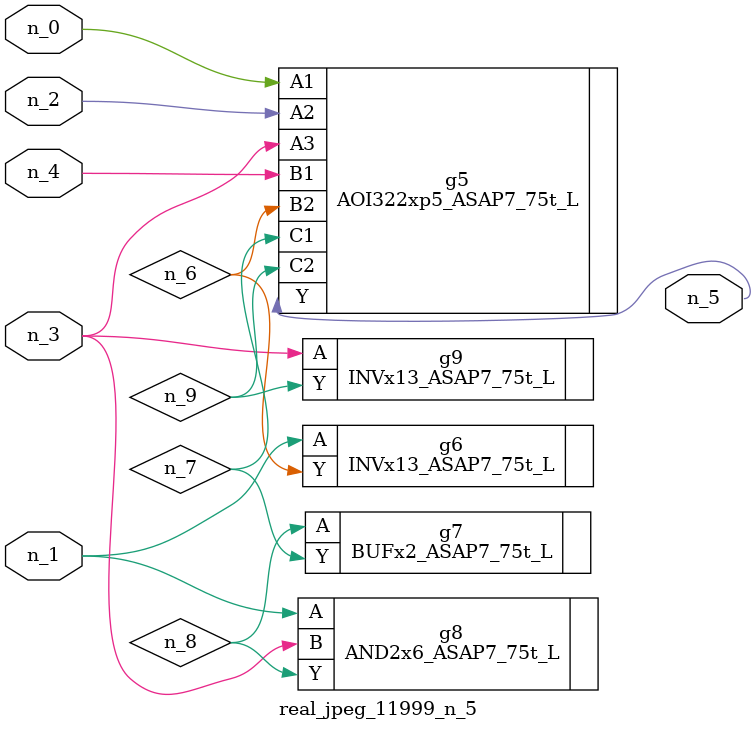
<source format=v>
module real_jpeg_11999_n_5 (n_4, n_0, n_1, n_2, n_3, n_5);

input n_4;
input n_0;
input n_1;
input n_2;
input n_3;

output n_5;

wire n_8;
wire n_6;
wire n_7;
wire n_9;

AOI322xp5_ASAP7_75t_L g5 ( 
.A1(n_0),
.A2(n_2),
.A3(n_3),
.B1(n_4),
.B2(n_6),
.C1(n_7),
.C2(n_9),
.Y(n_5)
);

INVx13_ASAP7_75t_L g6 ( 
.A(n_1),
.Y(n_6)
);

AND2x6_ASAP7_75t_L g8 ( 
.A(n_1),
.B(n_3),
.Y(n_8)
);

INVx13_ASAP7_75t_L g9 ( 
.A(n_3),
.Y(n_9)
);

BUFx2_ASAP7_75t_L g7 ( 
.A(n_8),
.Y(n_7)
);


endmodule
</source>
